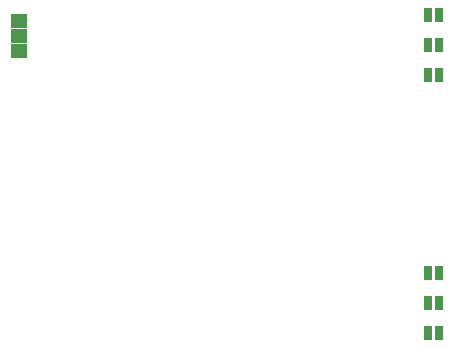
<source format=gtp>
G04 ---------------------------- Layer name :TOP PASTER LAYER*
G04 easyEDA 0.1*
G04 Scale: 100 percent, Rotated: No, Reflected: No *
G04 Dimensions in inches *
G04 leading zeros omitted , absolute positions ,2 integer and 4 * 
%FSLAX24Y24*%
%MOIN*%
G90*
G70D02*

%ADD12R,0.025000X0.050000*%
%ADD13R,0.056000X0.045000*%

%LPD*%
G54D12*
G01X22580Y16600D03*
G01X22219Y16600D03*
G01X22580Y15600D03*
G01X22219Y15600D03*
G01X22580Y14600D03*
G01X22219Y14600D03*
G01X22580Y8000D03*
G01X22219Y8000D03*
G01X22580Y7000D03*
G01X22219Y7000D03*
G01X22580Y6000D03*
G01X22219Y6000D03*
G54D13*
G01X8600Y15390D03*
G01X8600Y15900D03*
G01X8600Y16409D03*

M00*
M02*
</source>
